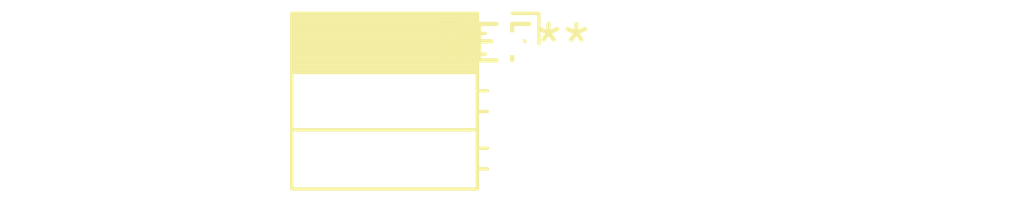
<source format=kicad_pcb>
(kicad_pcb (version 20240108) (generator pcbnew)
  (layers (0 "F.Cu" signal) (31 "B.Cu" signal) (34 "B.Paste" user) (35 "F.Paste" user) (36 "B.SilkS" user "B.Silkscreen") (37 "F.SilkS" user "F.Silkscreen") (38 "B.Mask" user) (39 "F.Mask" user) (44 "Edge.Cuts" user))
  (net 0 "")
  (footprint "PinSocket_1x03_P2.00mm_Horizontal" (layer "F.Cu") (at 0 0)
    (property "Reference" "REF**")
    (property "Value" "PinSocket_1x03_P2.00mm_Horizontal")
    (fp_line (start -7.68 -1.06) (end -7.68 5.06) (layer "F.SilkS") (stroke (width 0.12)))
    (fp_line (start -7.68 -1.06) (end -1.21 -1.06) (layer "F.SilkS") (stroke (width 0.12)))
    (fp_line (start -7.68 -0.94) (end -1.21 -0.94) (layer "F.SilkS") (stroke (width 0.12)))
    (fp_line (start -7.68 -0.825882) (end -1.21 -0.825882) (layer "F.SilkS") (stroke (width 0.12)))
    (fp_line (start -7.68 -0.711764) (end -1.21 -0.711764) (layer "F.SilkS") (stroke (width 0.12)))
    (fp_line (start -7.68 -0.597646) (end -1.21 -0.597646) (layer "F.SilkS") (stroke (width 0.12)))
    (fp_line (start -7.68 -0.483528) (end -1.21 -0.483528) (layer "F.SilkS") (stroke (width 0.12)))
    (fp_line (start -7.68 -0.36941) (end -1.21 -0.36941) (layer "F.SilkS") (stroke (width 0.12)))
    (fp_line (start -7.68 -0.255292) (end -1.21 -0.255292) (layer "F.SilkS") (stroke (width 0.12)))
    (fp_line (start -7.68 -0.141174) (end -1.21 -0.141174) (layer "F.SilkS") (stroke (width 0.12)))
    (fp_line (start -7.68 -0.027056) (end -1.21 -0.027056) (layer "F.SilkS") (stroke (width 0.12)))
    (fp_line (start -7.68 0.087062) (end -1.21 0.087062) (layer "F.SilkS") (stroke (width 0.12)))
    (fp_line (start -7.68 0.20118) (end -1.21 0.20118) (layer "F.SilkS") (stroke (width 0.12)))
    (fp_line (start -7.68 0.315298) (end -1.21 0.315298) (layer "F.SilkS") (stroke (width 0.12)))
    (fp_line (start -7.68 0.429416) (end -1.21 0.429416) (layer "F.SilkS") (stroke (width 0.12)))
    (fp_line (start -7.68 0.543534) (end -1.21 0.543534) (layer "F.SilkS") (stroke (width 0.12)))
    (fp_line (start -7.68 0.657652) (end -1.21 0.657652) (layer "F.SilkS") (stroke (width 0.12)))
    (fp_line (start -7.68 0.77177) (end -1.21 0.77177) (layer "F.SilkS") (stroke (width 0.12)))
    (fp_line (start -7.68 0.885888) (end -1.21 0.885888) (layer "F.SilkS") (stroke (width 0.12)))
    (fp_line (start -7.68 1) (end -1.21 1) (layer "F.SilkS") (stroke (width 0.12)))
    (fp_line (start -7.68 3) (end -1.21 3) (layer "F.SilkS") (stroke (width 0.12)))
    (fp_line (start -7.68 5.06) (end -1.21 5.06) (layer "F.SilkS") (stroke (width 0.12)))
    (fp_line (start -1.21 -1.06) (end -1.21 5.06) (layer "F.SilkS") (stroke (width 0.12)))
    (fp_line (start -1.21 -0.36) (end -0.935 -0.36) (layer "F.SilkS") (stroke (width 0.12)))
    (fp_line (start -1.21 0.36) (end -0.935 0.36) (layer "F.SilkS") (stroke (width 0.12)))
    (fp_line (start -1.21 1.64) (end -0.862917 1.64) (layer "F.SilkS") (stroke (width 0.12)))
    (fp_line (start -1.21 2.36) (end -0.862917 2.36) (layer "F.SilkS") (stroke (width 0.12)))
    (fp_line (start -1.21 3.64) (end -0.862917 3.64) (layer "F.SilkS") (stroke (width 0.12)))
    (fp_line (start -1.21 4.36) (end -0.862917 4.36) (layer "F.SilkS") (stroke (width 0.12)))
    (fp_line (start 0 -1.06) (end 0.935 -1.06) (layer "F.SilkS") (stroke (width 0.12)))
    (fp_line (start 0.935 -1.06) (end 0.935 0) (layer "F.SilkS") (stroke (width 0.12)))
    (pad "1" thru_hole rect (at 0 0) (size 1.35 1.35) (drill 0.8) (layers *.Cu *.Mask) (remove_unused_layers))
    (pad "2" thru_hole oval (at 0 2) (size 1.35 1.35) (drill 0.8) (layers *.Cu *.Mask) (remove_unused_layers))
    (pad "3" thru_hole oval (at 0 4) (size 1.35 1.35) (drill 0.8) (layers *.Cu *.Mask) (remove_unused_layers))
  )
)
</source>
